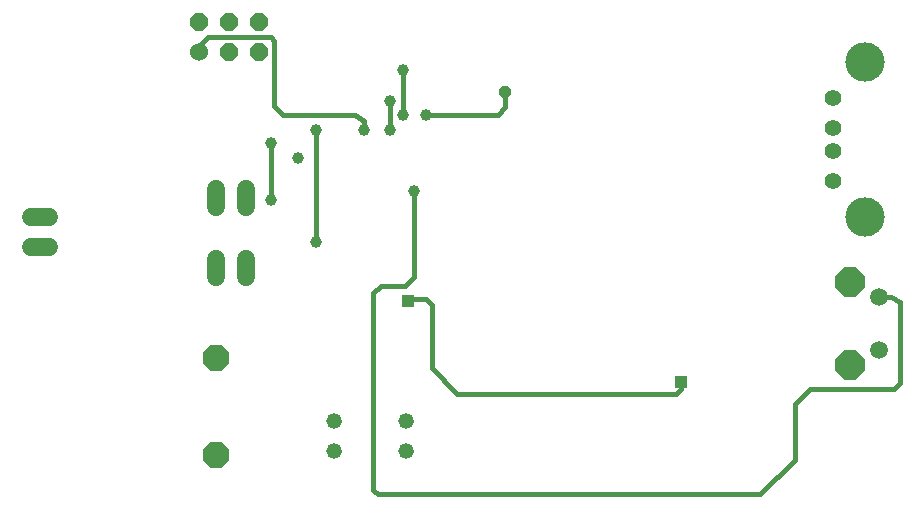
<source format=gbl>
G75*
G70*
%OFA0B0*%
%FSLAX24Y24*%
%IPPOS*%
%LPD*%
%AMOC8*
5,1,8,0,0,1.08239X$1,22.5*
%
%ADD10C,0.0520*%
%ADD11C,0.0600*%
%ADD12OC8,0.0600*%
%ADD13C,0.0600*%
%ADD14C,0.0560*%
%ADD15C,0.1310*%
%ADD16C,0.0591*%
%ADD17OC8,0.0984*%
%ADD18OC8,0.0850*%
%ADD19C,0.0396*%
%ADD20C,0.0160*%
%ADD21OC8,0.0396*%
%ADD22R,0.0396X0.0396*%
D10*
X012300Y002250D03*
X012300Y003250D03*
X014700Y003250D03*
X014700Y002250D03*
D11*
X007785Y015550D03*
D12*
X008785Y015550D03*
X009785Y015550D03*
X009785Y016550D03*
X008785Y016550D03*
X007785Y016550D03*
D13*
X008350Y010988D02*
X008350Y010388D01*
X009350Y010388D02*
X009350Y010988D01*
X009350Y008650D02*
X009350Y008050D01*
X008350Y008050D02*
X008350Y008650D01*
X002800Y009050D02*
X002200Y009050D01*
X002200Y010050D02*
X002800Y010050D01*
D14*
X028924Y011262D03*
X028924Y012242D03*
X028924Y013032D03*
X028924Y014012D03*
D15*
X029994Y015222D03*
X029994Y010052D03*
D16*
X030476Y007387D03*
X030476Y005615D03*
D17*
X029492Y005123D03*
X029492Y007879D03*
D18*
X008350Y002105D03*
X008350Y005334D03*
D19*
X011700Y009200D03*
X010200Y010600D03*
X011100Y012000D03*
X010200Y012500D03*
X011700Y012950D03*
X013300Y012950D03*
X014150Y012950D03*
X014600Y013450D03*
X014150Y013900D03*
X015350Y013450D03*
X014600Y014950D03*
X014950Y010900D03*
D20*
X014950Y008050D01*
X014650Y007750D01*
X013850Y007750D01*
X013600Y007500D01*
X013600Y000950D01*
X013750Y000800D01*
X026500Y000800D01*
X027650Y001950D01*
X027650Y002000D01*
X027650Y002050D01*
X027650Y003800D01*
X028150Y004300D01*
X030950Y004300D01*
X031150Y004500D01*
X031150Y007200D01*
X030863Y007387D01*
X030476Y007387D01*
X023850Y004550D02*
X023850Y004300D01*
X023700Y004150D01*
X016400Y004150D01*
X015550Y005000D01*
X015550Y007100D01*
X015350Y007300D01*
X014800Y007300D01*
X014750Y007250D01*
X011700Y009200D02*
X011700Y012950D01*
X010600Y013450D02*
X010300Y013750D01*
X010300Y015900D01*
X010200Y016050D01*
X008100Y016050D01*
X007800Y015750D01*
X007800Y015550D01*
X010600Y013450D02*
X013000Y013450D01*
X013300Y013250D01*
X013300Y012950D01*
X014150Y012950D02*
X014150Y013900D01*
X014600Y013450D02*
X014600Y014950D01*
X015350Y013450D02*
X017750Y013450D01*
X018000Y013700D01*
X018000Y014200D01*
X010200Y012500D02*
X010200Y010600D01*
D21*
X018000Y014200D03*
D22*
X014750Y007250D03*
X023850Y004550D03*
M02*

</source>
